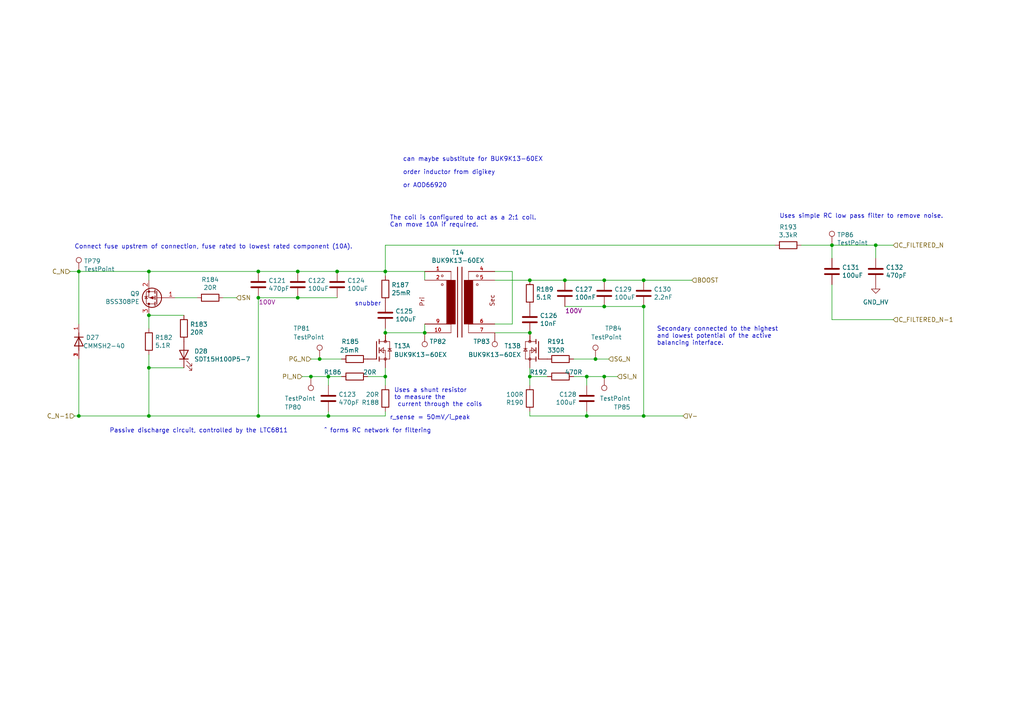
<source format=kicad_sch>
(kicad_sch (version 20211123) (generator eeschema)
  (paper "A4")
  (lib_symbols
    (symbol "750312504:750312504" (pin_names (offset 1.016) hide)
      (property "Reference" "T" (at -10.16 10.16 0))
      (property "Value" "750312504" (at -10.16 -13.97 0))
      (symbol "750312504_0_0"
        (circle (center -5.08 3.81) (radius 0.2794))
        (circle (center -5.08 6.35) (radius 0.2794))
        (rectangle (start -3.81 -7.62) (end -1.27 5.08) (fill (type outline)))
        (polyline (pts (xy -2.54 -7.62) (xy -2.54 -10.16)) (stroke (width 0.127)))
        (polyline (pts (xy -2.54 7.62) (xy -2.54 5.08)) (stroke (width 0.127)))
        (polyline (pts (xy -0.635 8.89) (xy -0.635 -11.43)) (stroke (width 0.254)))
        (polyline (pts (xy 0.635 8.89) (xy 0.635 -11.43)) (stroke (width 0.254)))
        (polyline (pts (xy 2.54 -7.62) (xy 2.54 -10.16)) (stroke (width 0.127)))
        (polyline (pts (xy 2.54 7.62) (xy 2.54 5.08)) (stroke (width 0.127)))
        (rectangle (start 1.27 -7.62) (end 3.81 5.08) (fill (type outline)))
        (circle (center 5.08 3.81) (radius 0.2794))
        (circle (center 5.08 6.35) (radius 0.2794))
        (text "Pri" (at -10.16 -2.54 900) (effects (font (size 1.27 1.27)) (justify left bottom)))
        (text "Sec" (at 10.16 -2.54 900) (effects (font (size 1.27 1.27)) (justify left bottom)))
        (pin passive line (at -10.16 7.62 0) (length 7.62) (name "~") (number "1"))
        (pin passive line (at -10.16 -10.16 0) (length 7.62) (name "~") (number "10"))
        (pin passive line (at -10.16 5.08 0) (length 7.62) (name "~") (number "2"))
        (pin passive line (at 10.16 7.62 180) (length 7.62) (name "~") (number "4"))
        (pin passive line (at 10.16 5.08 180) (length 7.62) (name "~") (number "5"))
        (pin passive line (at 10.16 -7.62 180) (length 7.62) (name "~") (number "6"))
        (pin passive line (at 10.16 -10.16 180) (length 7.62) (name "~") (number "7"))
        (pin passive line (at -10.16 -7.62 0) (length 7.62) (name "~") (number "9"))
      )
    )
    (symbol "BUK9K17-60E:BUK9K17-60E" (pin_numbers hide) (pin_names (offset 1.016) hide)
      (property "Reference" "T" (at 6.35 0 0))
      (property "Value" "BUK9K17-60E" (at 6.35 -2.54 0))
      (symbol "BUK9K17-60E_1_0"
        (polyline (pts (xy 0 2.54) (xy 0 -2.54)) (stroke (width 0.254)))
        (polyline (pts (xy 0.762 -2.54) (xy 0.762 -3.175)) (stroke (width 0.254)))
        (polyline (pts (xy 0.762 -1.905) (xy 0.762 -2.54)) (stroke (width 0.254)))
        (polyline (pts (xy 0.762 0) (xy 0.762 -0.762)) (stroke (width 0.254)))
        (polyline (pts (xy 0.762 0) (xy 2.54 0)) (stroke (width 0.1524)))
        (polyline (pts (xy 0.762 0.762) (xy 0.762 0)) (stroke (width 0.254)))
        (polyline (pts (xy 0.762 2.54) (xy 0.762 1.905)) (stroke (width 0.254)))
        (polyline (pts (xy 0.762 2.54) (xy 3.81 2.54)) (stroke (width 0.1524)))
        (polyline (pts (xy 0.762 3.175) (xy 0.762 2.54)) (stroke (width 0.254)))
        (polyline (pts (xy 1.016 0) (xy 2.032 0.762)) (stroke (width 0.1524)))
        (polyline (pts (xy 2.032 -0.762) (xy 1.016 0)) (stroke (width 0.1524)))
        (polyline (pts (xy 2.032 0.762) (xy 2.032 -0.762)) (stroke (width 0.1524)))
        (polyline (pts (xy 2.54 -2.54) (xy 0.762 -2.54)) (stroke (width 0.1524)))
        (polyline (pts (xy 2.54 -2.54) (xy 3.81 -2.54)) (stroke (width 0.1524)))
        (polyline (pts (xy 2.54 0) (xy 2.54 -2.54)) (stroke (width 0.1524)))
        (polyline (pts (xy 3.302 -0.254) (xy 4.318 -0.254)) (stroke (width 0.1524)))
        (polyline (pts (xy 3.81 0.508) (xy 3.302 -0.254)) (stroke (width 0.1524)))
        (polyline (pts (xy 3.81 0.508) (xy 3.302 0.508)) (stroke (width 0.1524)))
        (polyline (pts (xy 3.81 0.508) (xy 3.81 -2.54)) (stroke (width 0.1524)))
        (polyline (pts (xy 3.81 2.54) (xy 3.81 0.508)) (stroke (width 0.1524)))
        (polyline (pts (xy 4.318 -0.254) (xy 3.81 0.508)) (stroke (width 0.1524)))
        (polyline (pts (xy 4.318 0.508) (xy 3.81 0.508)) (stroke (width 0.1524)))
        (circle (center 2.54 -2.54) (radius 0.3556))
        (circle (center 2.54 2.54) (radius 0.3556))
        (pin passive line (at 2.54 -5.08 90) (length 2.54) (name "~") (number "1"))
        (pin passive line (at -2.54 -2.54 0) (length 2.54) (name "~") (number "2"))
        (pin passive line (at 2.54 5.08 270) (length 2.54) (name "~") (number "7"))
        (pin passive line (at 2.54 5.08 270) (length 2.54) (name "~") (number "8"))
        (pin passive line (at 2.54 5.08 270) (length 2.54) (name "~") (number "S1"))
      )
      (symbol "BUK9K17-60E_2_0"
        (polyline (pts (xy 0 2.54) (xy 0 -2.54)) (stroke (width 0.254)))
        (polyline (pts (xy 0.762 -2.54) (xy 0.762 -3.175)) (stroke (width 0.254)))
        (polyline (pts (xy 0.762 -1.905) (xy 0.762 -2.54)) (stroke (width 0.254)))
        (polyline (pts (xy 0.762 0) (xy 0.762 -0.762)) (stroke (width 0.254)))
        (polyline (pts (xy 0.762 0) (xy 2.54 0)) (stroke (width 0.1524)))
        (polyline (pts (xy 0.762 0.762) (xy 0.762 0)) (stroke (width 0.254)))
        (polyline (pts (xy 0.762 2.54) (xy 0.762 1.905)) (stroke (width 0.254)))
        (polyline (pts (xy 0.762 2.54) (xy 3.81 2.54)) (stroke (width 0.1524)))
        (polyline (pts (xy 0.762 3.175) (xy 0.762 2.54)) (stroke (width 0.254)))
        (polyline (pts (xy 1.016 0) (xy 2.032 0.762)) (stroke (width 0.1524)))
        (polyline (pts (xy 2.032 -0.762) (xy 1.016 0)) (stroke (width 0.1524)))
        (polyline (pts (xy 2.032 0.762) (xy 2.032 -0.762)) (stroke (width 0.1524)))
        (polyline (pts (xy 2.54 -2.54) (xy 0.762 -2.54)) (stroke (width 0.1524)))
        (polyline (pts (xy 2.54 -2.54) (xy 3.81 -2.54)) (stroke (width 0.1524)))
        (polyline (pts (xy 2.54 0) (xy 2.54 -2.54)) (stroke (width 0.1524)))
        (polyline (pts (xy 3.302 -0.254) (xy 4.318 -0.254)) (stroke (width 0.1524)))
        (polyline (pts (xy 3.81 0.508) (xy 3.302 -0.254)) (stroke (width 0.1524)))
        (polyline (pts (xy 3.81 0.508) (xy 3.302 0.508)) (stroke (width 0.1524)))
        (polyline (pts (xy 3.81 0.508) (xy 3.81 -2.54)) (stroke (width 0.1524)))
        (polyline (pts (xy 3.81 2.54) (xy 3.81 0.508)) (stroke (width 0.1524)))
        (polyline (pts (xy 4.318 -0.254) (xy 3.81 0.508)) (stroke (width 0.1524)))
        (polyline (pts (xy 4.318 0.508) (xy 3.81 0.508)) (stroke (width 0.1524)))
        (circle (center 2.54 -2.54) (radius 0.3556))
        (circle (center 2.54 2.54) (radius 0.3556))
        (pin passive line (at 2.54 -5.08 90) (length 2.54) (name "~") (number "3"))
        (pin passive line (at -2.54 -2.54 0) (length 2.54) (name "~") (number "4"))
        (pin passive line (at 2.54 5.08 270) (length 2.54) (name "~") (number "5"))
        (pin passive line (at 2.54 5.08 270) (length 2.54) (name "~") (number "6"))
        (pin passive line (at 2.54 5.08 270) (length 2.54) (name "~") (number "S2"))
      )
    )
    (symbol "Connector:TestPoint" (pin_numbers hide) (pin_names (offset 0.762) hide)
      (property "Reference" "TP" (at 0 6.858 0))
      (property "Value" "TestPoint" (at 0 5.08 0))
      (symbol "TestPoint_0_1"
        (circle (center 0 3.302) (radius 0.762))
      )
      (symbol "TestPoint_1_1"
        (pin passive line (at 0 0 90) (length 2.54) (name "1") (number "1"))
      )
    )
    (symbol "Device:C" (pin_numbers hide) (pin_names (offset 0.254))
      (property "Reference" "C" (at 0.635 2.54 0))
      (property "Value" "C" (at 0.635 -2.54 0))
      (symbol "C_0_1"
        (polyline (pts (xy -2.032 -0.762) (xy 2.032 -0.762)) (stroke (width 0.508)))
        (polyline (pts (xy -2.032 0.762) (xy 2.032 0.762)) (stroke (width 0.508)))
      )
      (symbol "C_1_1"
        (pin passive line (at 0 3.81 270) (length 2.794) (name "~") (number "1"))
        (pin passive line (at 0 -3.81 90) (length 2.794) (name "~") (number "2"))
      )
    )
    (symbol "Device:LED" (pin_numbers hide) (pin_names (offset 1.016) hide)
      (property "Reference" "D" (at 0 2.54 0))
      (property "Value" "LED" (at 0 -2.54 0))
      (symbol "LED_0_1"
        (polyline (pts (xy -1.27 -1.27) (xy -1.27 1.27)) (stroke (width 0.254)))
        (polyline (pts (xy -1.27 0) (xy 1.27 0)))
        (polyline (pts (xy 1.27 -1.27) (xy 1.27 1.27) (xy -1.27 0) (xy 1.27 -1.27)) (stroke (width 0.254)))
        (polyline (pts (xy -3.048 -0.762) (xy -4.572 -2.286) (xy -3.81 -2.286) (xy -4.572 -2.286) (xy -4.572 -1.524)))
        (polyline (pts (xy -1.778 -0.762) (xy -3.302 -2.286) (xy -2.54 -2.286) (xy -3.302 -2.286) (xy -3.302 -1.524)))
      )
      (symbol "LED_1_1"
        (pin passive line (at -3.81 0 0) (length 2.54) (name "K") (number "1"))
        (pin passive line (at 3.81 0 180) (length 2.54) (name "A") (number "2"))
      )
    )
    (symbol "Device:R" (pin_numbers hide) (pin_names (offset 0))
      (property "Reference" "R" (at 2.032 0 90))
      (property "Value" "R" (at 0 0 90))
      (symbol "R_0_1"
        (rectangle (start -1.016 -2.54) (end 1.016 2.54) (stroke (width 0.254)))
      )
      (symbol "R_1_1"
        (pin passive line (at 0 3.81 270) (length 1.27) (name "~") (number "1"))
        (pin passive line (at 0 -3.81 90) (length 1.27) (name "~") (number "2"))
      )
    )
    (symbol "SBR10U200P5-13:SBR10U200P5-13" (pin_names (offset 1.016) hide)
      (property "Reference" "D" (at -2.286 1.905 0))
      (property "Value" "SBR10U200P5-13" (at -2.286 -3.429 0))
      (symbol "SBR10U200P5-13_0_0"
        (polyline (pts (xy -2.54 0) (xy 2.54 0)) (stroke (width 0.254)))
        (polyline (pts (xy -1.27 -1.27) (xy 1.27 0)) (stroke (width 0.254)))
        (polyline (pts (xy -1.27 1.27) (xy -1.27 -1.27)) (stroke (width 0.254)))
        (polyline (pts (xy 1.27 0) (xy -1.27 1.27)) (stroke (width 0.254)))
        (polyline (pts (xy 1.27 0) (xy 1.27 -1.27)) (stroke (width 0.254)))
        (polyline (pts (xy 1.27 1.27) (xy 1.27 0)) (stroke (width 0.254)))
        (pin passive line (at 5.08 0 180) (length 2.54) (name "~") (number "1"))
        (pin passive line (at -5.08 0 0) (length 2.54) (name "~") (number "2"))
        (pin passive line (at -5.08 0 0) (length 2.54) (name "~") (number "3"))
      )
    )
    (symbol "bss308pe_2:BSS308PE" (pin_names hide)
      (property "Reference" "Q" (at 5.08 1.905 0))
      (property "Value" "BSS308PE" (at 5.08 0 0))
      (symbol "BSS308PE_0_1"
        (polyline (pts (xy 0.254 0) (xy -2.54 0)))
        (polyline (pts (xy 0.254 1.905) (xy 0.254 -1.905)) (stroke (width 0.254)))
        (polyline (pts (xy 0.762 -1.27) (xy 0.762 -2.286)) (stroke (width 0.254)))
        (polyline (pts (xy 0.762 0.508) (xy 0.762 -0.508)) (stroke (width 0.254)))
        (polyline (pts (xy 0.762 2.286) (xy 0.762 1.27)) (stroke (width 0.254)))
        (polyline (pts (xy 2.54 2.54) (xy 2.54 1.778)))
        (polyline (pts (xy 2.54 -2.54) (xy 2.54 0) (xy 0.762 0)))
        (polyline (pts (xy 0.762 1.778) (xy 3.302 1.778) (xy 3.302 -1.778) (xy 0.762 -1.778)))
        (polyline (pts (xy 2.286 0) (xy 1.27 0.381) (xy 1.27 -0.381) (xy 2.286 0)) (fill (type outline)))
        (polyline (pts (xy 2.794 -0.508) (xy 2.921 -0.381) (xy 3.683 -0.381) (xy 3.81 -0.254)))
        (polyline (pts (xy 3.302 -0.381) (xy 2.921 0.254) (xy 3.683 0.254) (xy 3.302 -0.381)))
        (circle (center 1.651 0) (radius 2.794) (stroke (width 0.254)))
        (circle (center 2.54 -1.778) (radius 0.254) (fill (type outline)))
        (circle (center 2.54 1.778) (radius 0.254) (fill (type outline)))
      )
      (symbol "BSS308PE_1_1"
        (pin input line (at -5.08 0 0) (length 2.54) (name "G") (number "1"))
        (pin passive line (at 2.54 -5.08 90) (length 2.54) (name "S") (number "2"))
        (pin passive line (at 2.54 5.08 270) (length 2.54) (name "D") (number "3"))
      )
    )
    (symbol "gnd_hv:GND_HV" (power) (pin_names (offset 0))
      (property "Value" "GND_HV" (at 0 -3.81 0))
      (symbol "GND_HV_0_1"
        (polyline (pts (xy 0 0) (xy 0 -1.27) (xy 1.27 -1.27) (xy 0 -2.54) (xy -1.27 -1.27) (xy 0 -1.27)))
      )
      (symbol "GND_HV_1_1"
        (pin power_in line (at 0 0 270) (length 0) hide (name "GND_HV") (number "1"))
      )
    )
  )
  (junction (at 22.86 78.74))
  (junction (at 92.71 104.14))
  (junction (at 74.93 120.65))
  (junction (at 241.3 71.12))
  (junction (at 95.25 120.65))
  (junction (at 22.86 120.65))
  (junction (at 43.18 120.65))
  (junction (at 90.17 109.22))
  (junction (at 170.18 120.65))
  (junction (at 97.79 78.74))
  (junction (at 163.83 81.28))
  (junction (at 186.69 120.65))
  (junction (at 86.36 78.74))
  (junction (at 86.36 86.36))
  (junction (at 123.19 96.52))
  (junction (at 43.18 106.68))
  (junction (at 74.93 78.74))
  (junction (at 186.69 81.28))
  (junction (at 172.72 104.14))
  (junction (at 153.67 96.52))
  (junction (at 43.18 91.44))
  (junction (at 74.93 86.36))
  (junction (at 111.76 78.74))
  (junction (at 175.26 109.22))
  (junction (at 43.18 78.74))
  (junction (at 111.76 96.52))
  (junction (at 153.67 109.22))
  (junction (at 170.18 109.22))
  (junction (at 186.69 88.9))
  (junction (at 254 71.12))
  (junction (at 175.26 81.28))
  (junction (at 175.26 88.9))
  (junction (at 153.67 81.28))
  (junction (at 111.76 109.22))
  (junction (at 95.25 109.22))
  (wire (pts (xy 186.69 120.65) (xy 198.12 120.65)))
  (wire (pts (xy 175.26 109.22) (xy 179.07 109.22)))
  (wire (pts (xy 43.18 120.65) (xy 74.93 120.65)))
  (wire (pts (xy 153.67 111.76) (xy 153.67 109.22)))
  (wire (pts (xy 50.8 86.36) (xy 57.15 86.36)))
  (wire (pts (xy 86.36 78.74) (xy 97.79 78.74)))
  (wire (pts (xy 95.25 109.22) (xy 99.06 109.22)))
  (wire (pts (xy 22.86 78.74) (xy 20.32 78.74)))
  (wire (pts (xy 22.86 104.14) (xy 22.86 120.65)))
  (wire (pts (xy 111.76 120.65) (xy 111.76 119.38)))
  (wire (pts (xy 123.19 78.74) (xy 111.76 78.74)))
  (wire (pts (xy 87.63 109.22) (xy 90.17 109.22)))
  (wire (pts (xy 43.18 81.28) (xy 43.18 78.74)))
  (wire (pts (xy 143.51 96.52) (xy 153.67 96.52)))
  (wire (pts (xy 74.93 120.65) (xy 95.25 120.65)))
  (wire (pts (xy 92.71 104.14) (xy 90.17 104.14)))
  (wire (pts (xy 97.79 78.74) (xy 111.76 78.74)))
  (wire (pts (xy 241.3 71.12) (xy 254 71.12)))
  (wire (pts (xy 53.34 106.68) (xy 43.18 106.68)))
  (wire (pts (xy 241.3 82.55) (xy 241.3 92.71)))
  (wire (pts (xy 153.67 120.65) (xy 153.67 119.38)))
  (wire (pts (xy 64.77 86.36) (xy 68.58 86.36)))
  (wire (pts (xy 74.93 86.36) (xy 74.93 120.65)))
  (wire (pts (xy 22.86 93.98) (xy 22.86 78.74)))
  (wire (pts (xy 123.19 96.52) (xy 123.19 93.98)))
  (wire (pts (xy 241.3 74.93) (xy 241.3 71.12)))
  (wire (pts (xy 232.41 71.12) (xy 241.3 71.12)))
  (wire (pts (xy 163.83 81.28) (xy 175.26 81.28)))
  (wire (pts (xy 74.93 86.36) (xy 86.36 86.36)))
  (wire (pts (xy 170.18 120.65) (xy 186.69 120.65)))
  (wire (pts (xy 158.75 109.22) (xy 153.67 109.22)))
  (wire (pts (xy 170.18 109.22) (xy 175.26 109.22)))
  (wire (pts (xy 22.86 120.65) (xy 21.59 120.65)))
  (wire (pts (xy 166.37 104.14) (xy 172.72 104.14)))
  (wire (pts (xy 53.34 91.44) (xy 43.18 91.44)))
  (wire (pts (xy 175.26 88.9) (xy 186.69 88.9)))
  (wire (pts (xy 170.18 111.76) (xy 170.18 109.22)))
  (wire (pts (xy 43.18 95.25) (xy 43.18 91.44)))
  (wire (pts (xy 254 71.12) (xy 259.08 71.12)))
  (wire (pts (xy 111.76 111.76) (xy 111.76 109.22)))
  (wire (pts (xy 43.18 78.74) (xy 74.93 78.74)))
  (wire (pts (xy 43.18 102.87) (xy 43.18 106.68)))
  (wire (pts (xy 224.79 71.12) (xy 111.76 71.12)))
  (wire (pts (xy 43.18 106.68) (xy 43.18 120.65)))
  (wire (pts (xy 111.76 109.22) (xy 111.76 106.68)))
  (wire (pts (xy 90.17 109.22) (xy 95.25 109.22)))
  (wire (pts (xy 254 71.12) (xy 254 74.93)))
  (wire (pts (xy 170.18 120.65) (xy 153.67 120.65)))
  (wire (pts (xy 86.36 86.36) (xy 97.79 86.36)))
  (wire (pts (xy 143.51 81.28) (xy 153.67 81.28)))
  (wire (pts (xy 186.69 81.28) (xy 200.66 81.28)))
  (wire (pts (xy 143.51 93.98) (xy 148.59 93.98)))
  (wire (pts (xy 106.68 109.22) (xy 111.76 109.22)))
  (wire (pts (xy 74.93 78.74) (xy 86.36 78.74)))
  (wire (pts (xy 95.25 119.38) (xy 95.25 120.65)))
  (wire (pts (xy 148.59 93.98) (xy 148.59 78.74)))
  (wire (pts (xy 170.18 109.22) (xy 166.37 109.22)))
  (wire (pts (xy 111.76 96.52) (xy 123.19 96.52)))
  (wire (pts (xy 22.86 120.65) (xy 43.18 120.65)))
  (wire (pts (xy 111.76 96.52) (xy 111.76 95.25)))
  (wire (pts (xy 172.72 104.14) (xy 176.53 104.14)))
  (wire (pts (xy 111.76 71.12) (xy 111.76 78.74)))
  (wire (pts (xy 148.59 78.74) (xy 143.51 78.74)))
  (wire (pts (xy 111.76 78.74) (xy 111.76 80.01)))
  (wire (pts (xy 170.18 119.38) (xy 170.18 120.65)))
  (wire (pts (xy 95.25 111.76) (xy 95.25 109.22)))
  (wire (pts (xy 95.25 120.65) (xy 111.76 120.65)))
  (wire (pts (xy 123.19 81.28) (xy 123.19 78.74)))
  (wire (pts (xy 153.67 81.28) (xy 163.83 81.28)))
  (wire (pts (xy 163.83 88.9) (xy 175.26 88.9)))
  (wire (pts (xy 241.3 92.71) (xy 259.08 92.71)))
  (wire (pts (xy 153.67 109.22) (xy 153.67 106.68)))
  (wire (pts (xy 22.86 78.74) (xy 43.18 78.74)))
  (wire (pts (xy 175.26 81.28) (xy 186.69 81.28)))
  (wire (pts (xy 99.06 104.14) (xy 92.71 104.14)))
  (wire (pts (xy 186.69 88.9) (xy 186.69 120.65)))
  (text "Connect fuse upstrem of connection, fuse rated to lowest rated component (10A)." (at 21.59 72.39 0) (effects (font (size 1.27 1.27)) (justify left bottom)))
  (text "Passive discharge circuit, controlled by the LTC6811" (at 31.75 125.73 0) (effects (font (size 1.27 1.27)) (justify left bottom)))
  (text "Uses simple RC low pass filter to remove noise." (at 226.06 63.5 0) (effects (font (size 1.27 1.27)) (justify left bottom)))
  (text "r_sense = 50mV/i_peak" (at 113.03 121.92 0) (effects (font (size 1.27 1.27)) (justify left bottom)))
  (text "snubber" (at 102.87 88.9 0) (effects (font (size 1.27 1.27)) (justify left bottom)))
  (text "The coil is configured to act as a 2:1 coil.\nCan move 10A if required." (at 113.03 66.04 0) (effects (font (size 1.27 1.27)) (justify left bottom)))
  (text "or AOD66920\n" (at 116.84 54.61 0) (effects (font (size 1.27 1.27)) (justify left bottom)))
  (text "can maybe substitute for BUK9K13-60EX" (at 116.84 46.99 0) (effects (font (size 1.27 1.27)) (justify left bottom)))
  (text "^ forms RC network for filtering" (at 93.98 125.73 0) (effects (font (size 1.27 1.27)) (justify left bottom)))
  (text "order inductor from digikey" (at 116.84 50.8 0) (effects (font (size 1.27 1.27)) (justify left bottom)))
  (text "Secondary connected to the highest \nand lowest potential of the active \nbalancing interface." (at 190.5 100.33 0) (effects (font (size 1.27 1.27)) (justify left bottom)))
  (text "Uses a shunt resistor \nto measure the\n current through the coils\n" (at 114.3 118.11 0) (effects (font (size 1.27 1.27)) (justify left bottom)))
  (hierarchical_label "SG_N" (shape input) (at 176.53 104.14 0))
  (hierarchical_label "C_FILTERED_N-1" (shape input) (at 259.08 92.71 0))
  (hierarchical_label "PG_N" (shape input) (at 90.17 104.14 180))
  (hierarchical_label "V-" (shape input) (at 198.12 120.65 0))
  (hierarchical_label "SI_N" (shape input) (at 179.07 109.22 0))
  (hierarchical_label "BOOST" (shape input) (at 200.66 81.28 0))
  (hierarchical_label "SN" (shape input) (at 68.58 86.36 0))
  (hierarchical_label "C_N-1" (shape input) (at 21.59 120.65 180))
  (hierarchical_label "PI_N" (shape input) (at 87.63 109.22 180))
  (hierarchical_label "C_FILTERED_N" (shape input) (at 259.08 71.12 0))
  (hierarchical_label "C_N" (shape input) (at 20.32 78.74 180))
  (symbol (lib_id "750312504:750312504") (at 133.35 86.36 0) (unit 1)
    (property "Reference" "T14" (at 132.8166 73.2282 0))
    (property "Value" "BUK9K13-60EX" (at 132.8166 75.5396 0))
    (property "Footprint" "BUK9K17-60E:SOT1205" (effects hide))
    (property "Part Number" "750312504" (effects hide))
    (property "Manufacturer" "Wurth" (effects hide))
    (property "Mouser Part Number" "NOT AVAILABLE!" (effects hide))
    (property "Mouser URL" "NOT AVAILABLE!" (effects hide))
  )
  (symbol (lib_id "bss308pe_2:BSS308PE") (at 45.72 86.36 180) (unit 1)
    (property "Reference" "Q9" (at 40.513 85.1916 0) (effects (justify left)))
    (property "Value" "BSS308PE" (at 40.513 87.503 0) (effects (justify left)))
    (property "Footprint" "Package_TO_SOT_SMD:SOT-23" (effects hide))
    (property "Datasheet" "https://www.infineon.com/dgdl/BSS308PE_Rev2.03.pdf?folderId=db3a304314dca38901154a72e3951a65&fileId=db3a304330f686060131099c80400073" (effects hide))
    (property "Manufacturer" "Infineon Technologies" (effects hide))
    (property "Mouser Part Number" "726-BSS308PEH6327SA1" (effects hide))
    (property "Mouser URL" "https://au.mouser.com/ProductDetail/Infineon-Technologies/BSS308PEH6327XT?qs=qsgX%252BAP2E5D1TWlnsTlotQ%3D%3D" (effects hide))
    (property "Part Number" "BSS308PEH6327XT" (effects hide))
  )
  (symbol (lib_id "Device:C") (at 86.36 82.55 180) (unit 1)
    (property "Reference" "C122" (at 89.281 81.3816 0) (effects (justify right)))
    (property "Value" "100uF" (at 89.281 83.693 0) (effects (justify right)))
    (property "Footprint" "Capacitor_SMD:C_1206_3216Metric_Pad1.33x1.80mm_HandSolder" (effects hide))
    (property "Manufacturer" "Walsin" (effects hide))
    (property "Part Number" "1210F107Z6R3CT" (effects hide))
    (property "Voltage" "100V" (effects hide))
  )
  (symbol (lib_id "Connector:TestPoint") (at 241.3 71.12 0) (unit 1)
    (property "Reference" "TP86" (at 242.7732 68.1228 0) (effects (justify left)))
    (property "Value" "TestPoint" (at 242.7732 70.4342 0) (effects (justify left)))
    (property "Footprint" "custom:TestPoint_Pad_D1.0mm" (effects hide))
    (property "Part Number" "-" (effects hide))
    (property "Manufacturer" "-" (effects hide))
    (property "Mouser Part Number" "-" (effects hide))
    (property "Mouser URL" "-" (effects hide))
  )
  (symbol (lib_id "Connector:TestPoint") (at 90.17 109.22 0) (mirror x) (unit 1)
    (property "Reference" "TP80" (at 82.55 118.11 0) (effects (justify left)))
    (property "Value" "TestPoint" (at 82.55 115.57 0) (effects (justify left)))
    (property "Footprint" "custom:TestPoint_Pad_D1.0mm" (effects hide))
    (property "Part Number" "-" (effects hide))
    (property "Manufacturer" "-" (effects hide))
    (property "Mouser Part Number" "-" (effects hide))
    (property "Mouser URL" "-" (effects hide))
  )
  (symbol (lib_id "Device:C") (at 163.83 85.09 180) (unit 1)
    (property "Reference" "C127" (at 166.751 83.9216 0) (effects (justify right)))
    (property "Value" "100nF" (at 166.751 86.233 0) (effects (justify right)))
    (property "Footprint" "Capacitor_SMD:C_1206_3216Metric_Pad1.33x1.80mm_HandSolder" (effects hide))
    (property "Voltage" "100V" (at 166.37 90.17 0))
    (property "Manufacturer" "Walsin" (effects hide))
    (property "Part Number" "1210F107Z6R3CT" (effects hide))
  )
  (symbol (lib_id "Device:C") (at 175.26 85.09 180) (unit 1)
    (property "Reference" "C129" (at 178.181 83.9216 0) (effects (justify right)))
    (property "Value" "100uF" (at 178.181 86.233 0) (effects (justify right)))
    (property "Footprint" "Capacitor_SMD:C_1206_3216Metric_Pad1.33x1.80mm_HandSolder" (effects hide))
    (property "Manufacturer" "Walsin" (effects hide))
    (property "Part Number" "1210F107Z6R3CT" (effects hide))
    (property "Voltage" "100V" (effects hide))
  )
  (symbol (lib_id "Device:C") (at 186.69 85.09 180) (unit 1)
    (property "Reference" "C130" (at 189.611 83.9216 0) (effects (justify right)))
    (property "Value" "2.2nF" (at 189.611 86.233 0) (effects (justify right)))
    (property "Footprint" "Capacitor_SMD:C_0603_1608Metric_Pad1.08x0.95mm_HandSolder" (effects hide))
    (property "Manufacturer" "Walsin" (effects hide))
    (property "Part Number" "1210F107Z6R3CT" (effects hide))
    (property "Voltage" "100V" (effects hide))
  )
  (symbol (lib_id "Device:R") (at 111.76 83.82 180) (unit 1)
    (property "Reference" "R187" (at 113.538 82.6516 0) (effects (justify right)))
    (property "Value" "25mR" (at 113.538 84.963 0) (effects (justify right)))
    (property "Footprint" "Resistor_SMD:R_1206_3216Metric_Pad1.30x1.75mm_HandSolder" (effects hide))
    (property "Part Number" "-" (effects hide))
    (property "Manufacturer" "-" (effects hide))
  )
  (symbol (lib_id "Connector:TestPoint") (at 123.19 96.52 0) (mirror x) (unit 1)
    (property "Reference" "TP82" (at 127 99.06 0))
    (property "Value" "TestPoint" (effects hide))
    (property "Footprint" "custom:TestPoint_Pad_D1.0mm" (effects hide))
    (property "Part Number" "-" (effects hide))
    (property "Manufacturer" "-" (effects hide))
    (property "Mouser Part Number" "-" (effects hide))
    (property "Mouser URL" "-" (effects hide))
  )
  (symbol (lib_id "BUK9K17-60E:BUK9K17-60E") (at 156.21 101.6 0) (mirror y) (unit 2)
    (property "Reference" "T13" (at 151.13 100.3299 0) (effects (justify left)))
    (property "Value" "BUK9K13-60EX" (at 151.13 102.8699 0) (effects (justify left)))
    (property "Footprint" "BUK9K17-60E:SOT1205" (effects hide))
    (property "Manufacturer" "-" (effects hide))
    (property "Part Number" "-" (effects hide))
  )
  (symbol (lib_id "Device:R") (at 153.67 115.57 0) (unit 1)
    (property "Reference" "R190" (at 151.892 116.7384 0) (effects (justify right)))
    (property "Value" "100R" (at 151.892 114.427 0) (effects (justify right)))
    (property "Footprint" "Resistor_SMD:R_0603_1608Metric_Pad0.98x0.95mm_HandSolder" (effects hide))
    (property "Manufacturer" "-" (effects hide))
  )
  (symbol (lib_id "Device:R") (at 43.18 99.06 180) (unit 1)
    (property "Reference" "R182" (at 44.958 97.8916 0) (effects (justify right)))
    (property "Value" "5.1R" (at 44.958 100.203 0) (effects (justify right)))
    (property "Footprint" "Resistor_SMD:R_0603_1608Metric_Pad0.98x0.95mm_HandSolder" (effects hide))
    (property "Part Number" "-" (effects hide))
    (property "Manufacturer" "-" (effects hide))
  )
  (symbol (lib_id "Device:R") (at 111.76 115.57 0) (unit 1)
    (property "Reference" "R188" (at 109.982 116.7384 0) (effects (justify right)))
    (property "Value" "20R" (at 109.982 114.427 0) (effects (justify right)))
    (property "Footprint" "Resistor_SMD:R_0603_1608Metric_Pad0.98x0.95mm_HandSolder" (effects hide))
    (property "Manufacturer" "-" (effects hide))
  )
  (symbol (lib_id "Connector:TestPoint") (at 172.72 104.14 0) (mirror y) (unit 1)
    (property "Reference" "TP84" (at 180.34 95.25 0) (effects (justify left)))
    (property "Value" "TestPoint" (at 180.34 97.79 0) (effects (justify left)))
    (property "Footprint" "custom:TestPoint_Pad_D1.0mm" (effects hide))
    (property "Part Number" "-" (effects hide))
    (property "Manufacturer" "-" (effects hide))
    (property "Mouser Part Number" "-" (effects hide))
    (property "Mouser URL" "-" (effects hide))
  )
  (symbol (lib_id "Device:R") (at 228.6 71.12 270) (unit 1)
    (property "Reference" "R193" (at 228.6 65.8622 90))
    (property "Value" "3.3kR" (at 228.6 68.1736 90))
    (property "Footprint" "Resistor_SMD:R_0603_1608Metric_Pad0.98x0.95mm_HandSolder" (effects hide))
    (property "Part Number" "-" (effects hide))
    (property "Manufacturer" "-" (effects hide))
  )
  (symbol (lib_id "gnd_hv:GND_HV") (at 254 82.55 0) (unit 1)
    (property "Reference" "#PWR092" (effects hide))
    (property "Value" "GND_HV" (at 254 87.63 0))
  )
  (symbol (lib_id "Connector:TestPoint") (at 175.26 109.22 180) (unit 1)
    (property "Reference" "TP85" (at 182.88 118.11 0) (effects (justify left)))
    (property "Value" "TestPoint" (at 182.88 115.57 0) (effects (justify left)))
    (property "Footprint" "custom:TestPoint_Pad_D1.0mm" (effects hide))
    (property "Part Number" "-" (effects hide))
    (property "Manufacturer" "-" (effects hide))
    (property "Mouser Part Number" "-" (effects hide))
    (property "Mouser URL" "-" (effects hide))
  )
  (symbol (lib_id "Device:R") (at 102.87 104.14 270) (unit 1)
    (property "Reference" "R185" (at 104.14 99.06 90) (effects (justify right)))
    (property "Value" "25mR" (at 104.14 101.6 90) (effects (justify right)))
    (property "Footprint" "Resistor_SMD:R_1206_3216Metric_Pad1.30x1.75mm_HandSolder" (effects hide))
    (property "Part Number" "-" (effects hide))
    (property "Manufacturer" "-" (effects hide))
  )
  (symbol (lib_id "Connector:TestPoint") (at 92.71 104.14 0) (unit 1)
    (property "Reference" "TP81" (at 85.09 95.25 0) (effects (justify left)))
    (property "Value" "TestPoint" (at 85.09 97.79 0) (effects (justify left)))
    (property "Footprint" "custom:TestPoint_Pad_D1.0mm" (effects hide))
    (property "Part Number" "-" (effects hide))
    (property "Manufacturer" "-" (effects hide))
    (property "Mouser Part Number" "-" (effects hide))
    (property "Mouser URL" "-" (effects hide))
  )
  (symbol (lib_id "Device:C") (at 111.76 91.44 180) (unit 1)
    (property "Reference" "C125" (at 114.681 90.2716 0) (effects (justify right)))
    (property "Value" "100uF" (at 114.681 92.583 0) (effects (justify right)))
    (property "Footprint" "Capacitor_SMD:C_1206_3216Metric_Pad1.33x1.80mm_HandSolder" (effects hide))
    (property "Part Number" "-" (effects hide))
    (property "Manufacturer" "-" (effects hide))
  )
  (symbol (lib_id "Connector:TestPoint") (at 22.86 78.74 0) (unit 1)
    (property "Reference" "TP79" (at 24.3332 75.7428 0) (effects (justify left)))
    (property "Value" "TestPoint" (at 24.3332 78.0542 0) (effects (justify left)))
    (property "Footprint" "custom:TestPoint_Pad_D1.0mm" (effects hide))
    (property "Part Number" "-" (effects hide))
    (property "Manufacturer" "-" (effects hide))
    (property "Mouser Part Number" "-" (effects hide))
    (property "Mouser URL" "-" (effects hide))
  )
  (symbol (lib_id "Device:R") (at 60.96 86.36 90) (unit 1)
    (property "Reference" "R184" (at 60.96 81.1022 90))
    (property "Value" "20R" (at 60.96 83.4136 90))
    (property "Footprint" "Resistor_SMD:R_1206_3216Metric_Pad1.30x1.75mm_HandSolder" (effects hide))
    (property "Part Number" "-" (effects hide))
    (property "Manufacturer" "-" (effects hide))
  )
  (symbol (lib_id "Device:R") (at 162.56 109.22 270) (mirror x) (unit 1)
    (property "Reference" "R192" (at 158.75 107.95 90) (effects (justify right)))
    (property "Value" "470R" (at 168.91 107.95 90) (effects (justify right)))
    (property "Footprint" "Resistor_SMD:R_0603_1608Metric_Pad0.98x0.95mm_HandSolder" (effects hide))
    (property "Part Number" "-" (effects hide))
    (property "Manufacturer" "-" (effects hide))
  )
  (symbol (lib_id "BUK9K17-60E:BUK9K17-60E") (at 109.22 101.6 0) (unit 1)
    (property "Reference" "T13" (at 114.3 100.3299 0) (effects (justify left)))
    (property "Value" "BUK9K13-60EX" (at 114.3 102.8699 0) (effects (justify left)))
    (property "Footprint" "BUK9K17-60E:SOT1205" (effects hide))
    (property "Manufacturer" "-" (effects hide))
    (property "Part Number" "-" (effects hide))
  )
  (symbol (lib_id "Connector:TestPoint") (at 143.51 96.52 180) (unit 1)
    (property "Reference" "TP83" (at 139.7 99.06 0))
    (property "Value" "TestPoint" (effects hide))
    (property "Footprint" "custom:TestPoint_Pad_D1.0mm" (effects hide))
    (property "Part Number" "-" (effects hide))
    (property "Manufacturer" "-" (effects hide))
    (property "Mouser Part Number" "-" (effects hide))
    (property "Mouser URL" "-" (effects hide))
  )
  (symbol (lib_id "Device:C") (at 241.3 78.74 180) (unit 1)
    (property "Reference" "C131" (at 244.221 77.5716 0) (effects (justify right)))
    (property "Value" "100uF" (at 244.221 79.883 0) (effects (justify right)))
    (property "Footprint" "Capacitor_SMD:C_1206_3216Metric_Pad1.33x1.80mm_HandSolder" (effects hide))
    (property "Part Number" "-" (effects hide))
    (property "Manufacturer" "-" (effects hide))
  )
  (symbol (lib_id "Device:C") (at 254 78.74 180) (unit 1)
    (property "Reference" "C132" (at 256.921 77.5716 0) (effects (justify right)))
    (property "Value" "470pF" (at 256.921 79.883 0) (effects (justify right)))
    (property "Footprint" "Capacitor_SMD:C_0603_1608Metric_Pad1.08x0.95mm_HandSolder" (effects hide))
    (property "Part Number" "-" (effects hide))
    (property "Manufacturer" "-" (effects hide))
  )
  (symbol (lib_id "Device:C") (at 74.93 82.55 180) (unit 1)
    (property "Reference" "C121" (at 77.851 81.3816 0) (effects (justify right)))
    (property "Value" "470pF" (at 77.851 83.693 0) (effects (justify right)))
    (property "Footprint" "Capacitor_SMD:C_0603_1608Metric_Pad1.08x0.95mm_HandSolder" (effects hide))
    (property "Voltage" "100V" (at 77.47 87.63 0))
    (property "Manufacturer" "Walsin" (effects hide))
    (property "Part Number" "1210F107Z6R3CT" (effects hide))
  )
  (symbol (lib_id "SBR10U200P5-13:SBR10U200P5-13") (at 22.86 99.06 90) (unit 1)
    (property "Reference" "D27" (at 24.892 97.8916 90) (effects (justify right)))
    (property "Value" "CMMSH2-40" (at 24.13 100.33 90) (effects (justify right)))
    (property "Footprint" "Diode_SMD:D_SOD-123F" (effects hide))
    (property "Manufacturer" "Diodes Inc" (effects hide))
    (property "Part Number" "SBR10U200P5-13" (effects hide))
    (property "Mouser Part Number" "621-SDT15H100P5-7" (effects hide))
    (property "Mouser URL" "https://au.mouser.com/ProductDetail/Diodes-Incorporated/SDT15H100P5-7?qs=W0yvOO0ixfH5hR%252B8TQOTJw%3D%3D" (effects hide))
  )
  (symbol (lib_id "Device:C") (at 170.18 115.57 0) (mirror x) (unit 1)
    (property "Reference" "C128" (at 167.259 114.4016 0) (effects (justify right)))
    (property "Value" "100uF" (at 167.259 116.713 0) (effects (justify right)))
    (property "Footprint" "Capacitor_SMD:C_1206_3216Metric_Pad1.33x1.80mm_HandSolder" (effects hide))
    (property "Part Number" "-" (effects hide))
    (property "Manufacturer" "-" (effects hide))
  )
  (symbol (lib_id "Device:C") (at 95.25 115.57 180) (unit 1)
    (property "Reference" "C123" (at 98.171 114.4016 0) (effects (justify right)))
    (property "Value" "470pF" (at 98.171 116.713 0) (effects (justify right)))
    (property "Footprint" "Capacitor_SMD:C_0603_1608Metric_Pad1.08x0.95mm_HandSolder" (effects hide))
    (property "Part Number" "-" (effects hide))
    (property "Manufacturer" "-" (effects hide))
  )
  (symbol (lib_id "Device:C") (at 97.79 82.55 180) (unit 1)
    (property "Reference" "C124" (at 100.711 81.3816 0) (effects (justify right)))
    (property "Value" "100uF" (at 100.711 83.693 0) (effects (justify right)))
    (property "Footprint" "Capacitor_SMD:C_1206_3216Metric_Pad1.33x1.80mm_HandSolder" (effects hide))
    (property "Manufacturer" "Walsin" (effects hide))
    (property "Part Number" "1210F107Z6R3CT" (effects hide))
    (property "Voltage" "100V" (effects hide))
  )
  (symbol (lib_id "Device:LED") (at 53.34 102.87 90) (unit 1)
    (property "Reference" "D28" (at 56.3372 101.8794 90) (effects (justify right)))
    (property "Value" "SDT15H100P5-7" (at 56.3372 104.1908 90) (effects (justify right)))
    (property "Footprint" "SBR10U200P5-13:DIO_SBR10U200P5-13" (effects hide))
    (property "Manufacturer" "AMS OSRAM" (effects hide))
    (property "Mouser Part Number" "720-LSR976-NR-1" (effects hide))
    (property "Mouser URL" "https://au.mouser.com/ProductDetail/ams-OSRAM/LS-R976-NR-1-0-20-R18?qs=sGAEpiMZZMt82OzCyDsLFGbrp1fQkD8H8bij58Oys9s%3D" (effects hide))
    (property "Part Number" "LS R976-NR-1-0-20-R18" (effects hide))
  )
  (symbol (lib_id "Device:R") (at 153.67 85.09 180) (unit 1)
    (property "Reference" "R189" (at 155.448 83.9216 0) (effects (justify right)))
    (property "Value" "5.1R" (at 155.448 86.233 0) (effects (justify right)))
    (property "Footprint" "Resistor_SMD:R_0603_1608Metric_Pad0.98x0.95mm_HandSolder" (effects hide))
    (property "Part Number" "-" (effects hide))
    (property "Manufacturer" "-" (effects hide))
  )
  (symbol (lib_id "Device:R") (at 162.56 104.14 270) (unit 1)
    (property "Reference" "R191" (at 163.83 99.06 90) (effects (justify right)))
    (property "Value" "330R" (at 163.83 101.6 90) (effects (justify right)))
    (property "Footprint" "Resistor_SMD:R_1206_3216Metric_Pad1.30x1.75mm_HandSolder" (effects hide))
    (property "Part Number" "-" (effects hide))
    (property "Manufacturer" "-" (effects hide))
  )
  (symbol (lib_id "Device:R") (at 102.87 109.22 270) (mirror x) (unit 1)
    (property "Reference" "R186" (at 99.06 107.95 90) (effects (justify right)))
    (property "Value" "20R" (at 109.22 107.95 90) (effects (justify right)))
    (property "Footprint" "Resistor_SMD:R_1206_3216Metric_Pad1.30x1.75mm_HandSolder" (effects hide))
    (property "Part Number" "-" (effects hide))
    (property "Manufacturer" "-" (effects hide))
  )
  (symbol (lib_id "Device:C") (at 153.67 92.71 180) (unit 1)
    (property "Reference" "C126" (at 156.591 91.5416 0) (effects (justify right)))
    (property "Value" "10nF" (at 156.591 93.853 0) (effects (justify right)))
    (property "Footprint" "Capacitor_SMD:C_0603_1608Metric_Pad1.08x0.95mm_HandSolder" (effects hide))
    (property "Part Number" "-" (effects hide))
    (property "Manufacturer" "-" (effects hide))
  )
  (symbol (lib_id "Device:R") (at 53.34 95.25 180) (unit 1)
    (property "Reference" "R183" (at 55.118 94.0816 0) (effects (justify right)))
    (property "Value" "20R" (at 55.118 96.393 0) (effects (justify right)))
    (property "Footprint" "Resistor_SMD:R_0603_1608Metric_Pad0.98x0.95mm_HandSolder" (effects hide))
    (property "Part Number" "-" (effects hide))
    (property "Manufacturer" "-" (effects hide))
  )
)
</source>
